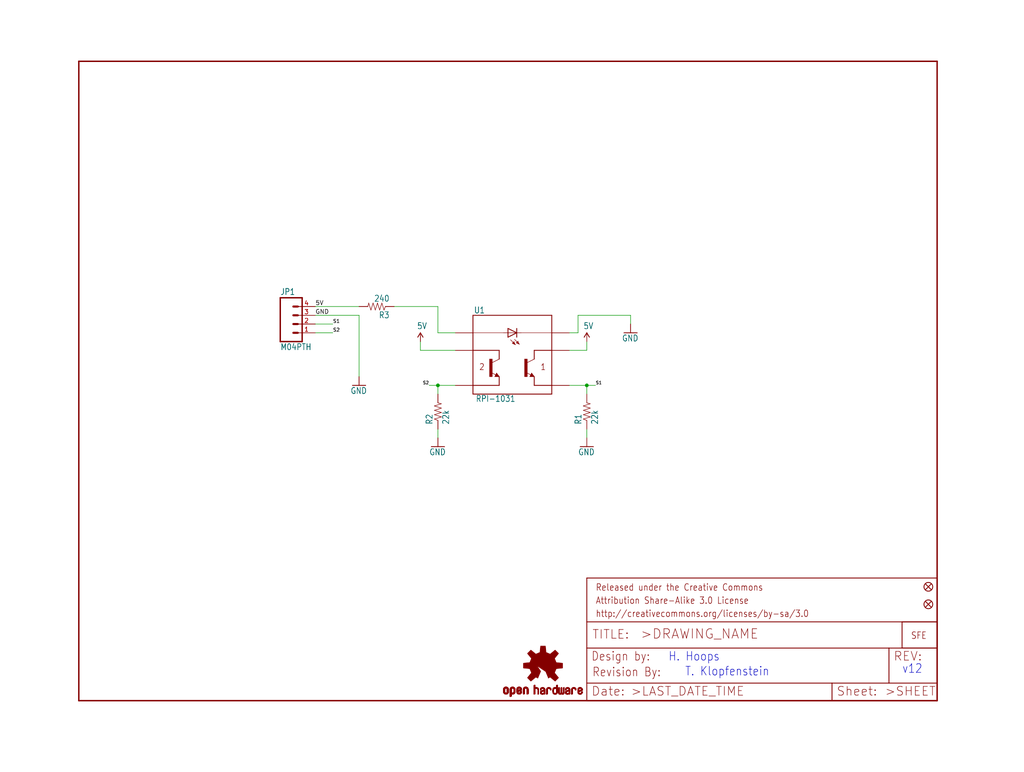
<source format=kicad_sch>
(kicad_sch (version 20211123) (generator eeschema)
  (paper "User" 297.002 223.926)
  (lib_symbols
    (symbol "eagleSchem-eagle-import:22KOHM1{slash}10W1%(0603)"
      (property "Reference" "R" (at -3.81 1.4986 0))
      (property "Value" "22KOHM1{slash}10W1%(0603)" (at -3.81 -3.302 0))
      (symbol "22KOHM1{slash}10W1%(0603)_1_0"
        (pin passive line (at -5.08 0 0) (length 2.54) (name "1") (number "1"))
        (pin passive line (at 5.08 0 180) (length 2.54) (name "2") (number "2"))
      )
    )
    (symbol "eagleSchem-eagle-import:240OHM1{slash}10W1%(0603)"
      (property "Reference" "R" (at -3.81 1.4986 0))
      (property "Value" "240OHM1{slash}10W1%(0603)" (at -3.81 -3.302 0))
      (symbol "240OHM1{slash}10W1%(0603)_1_0"
        (pin passive line (at -5.08 0 0) (length 2.54) (name "1") (number "1"))
        (pin passive line (at 5.08 0 180) (length 2.54) (name "2") (number "2"))
      )
    )
    (symbol "eagleSchem-eagle-import:5V" (power)
      (property "Value" "5V" (at -1.016 3.556 0))
      (symbol "5V_1_0"
        (pin power_in line (at 0 0 90) (length 2.54) (name "5V") (number "1"))
      )
    )
    (symbol "eagleSchem-eagle-import:FIDUCIAL1X2.5")
    (symbol "eagleSchem-eagle-import:FRAME-LETTER"
      (symbol "FRAME-LETTER_2_0"
        (text ">DRAWING_NAME" (at 15.494 17.78 0) (effects (font (size 2.7432 2.7432)) (justify left bottom)))
        (text ">LAST_DATE_TIME" (at 12.7 1.27 0) (effects (font (size 2.54 2.54)) (justify left bottom)))
        (text ">SHEET" (at 86.36 1.27 0) (effects (font (size 2.54 2.54)) (justify left bottom)))
        (text "Attribution Share-Alike 3.0 License" (at 2.54 27.94 0) (effects (font (size 1.9304 1.6408)) (justify left bottom)))
        (text "Date:" (at 1.27 1.27 0) (effects (font (size 2.54 2.54)) (justify left bottom)))
        (text "Design by:" (at 1.27 11.43 0) (effects (font (size 2.54 2.159)) (justify left bottom)))
        (text "http://creativecommons.org/licenses/by-sa/3.0" (at 2.54 24.13 0) (effects (font (size 1.9304 1.6408)) (justify left bottom)))
        (text "Released under the Creative Commons" (at 2.54 31.75 0) (effects (font (size 1.9304 1.6408)) (justify left bottom)))
        (text "REV:" (at 88.9 11.43 0) (effects (font (size 2.54 2.54)) (justify left bottom)))
        (text "Sheet:" (at 72.39 1.27 0) (effects (font (size 2.54 2.54)) (justify left bottom)))
        (text "TITLE:" (at 1.524 17.78 0) (effects (font (size 2.54 2.54)) (justify left bottom)))
      )
    )
    (symbol "eagleSchem-eagle-import:GND" (power)
      (property "Value" "GND" (at -2.54 -2.54 0))
      (symbol "GND_1_0"
        (pin power_in line (at 0 2.54 270) (length 2.54) (name "GND") (number "1"))
      )
    )
    (symbol "eagleSchem-eagle-import:LOGO-SFESK"
      (symbol "LOGO-SFESK_1_0"
        (text "SFE" (at 0 0 0) (effects (font (size 1.9304 1.6408)) (justify left bottom)))
      )
    )
    (symbol "eagleSchem-eagle-import:M04PTH"
      (property "Reference" "JP" (at -5.08 8.382 0))
      (property "Value" "M04PTH" (at -5.08 -7.62 0))
      (symbol "M04PTH_1_0"
        (pin passive line (at 5.08 -2.54 180) (length 5.08) (name "1") (number "1"))
        (pin passive line (at 5.08 0 180) (length 5.08) (name "2") (number "2"))
        (pin passive line (at 5.08 2.54 180) (length 5.08) (name "3") (number "3"))
        (pin passive line (at 5.08 5.08 180) (length 5.08) (name "4") (number "4"))
      )
    )
    (symbol "eagleSchem-eagle-import:OSHW-LOGOS")
    (symbol "eagleSchem-eagle-import:REVISION"
      (symbol "REVISION_1_0"
        (text "Revision By: " (at 0 0 0) (effects (font (size 2.54 2.159)) (justify left bottom)))
      )
    )
    (symbol "eagleSchem-eagle-import:RPI-1031"
      (property "Value" "RPI-1031" (at -4.318 -12.446 0))
      (symbol "RPI-1031_1_0"
        (text "1" (at 14.478 -3.302 0) (effects (font (size 1.778 1.5113)) (justify left bottom)))
        (text "2" (at -3.302 -3.302 0) (effects (font (size 1.778 1.5113)) (justify left bottom)))
        (pin passive line (at 22.86 -7.62 180) (length 5.08) (name "E1") (number "1"))
        (pin passive line (at 22.86 2.54 180) (length 5.08) (name "C1") (number "2"))
        (pin passive line (at 22.86 7.62 180) (length 5.08) (name "CATHODE") (number "3"))
        (pin passive line (at -10.16 -7.62 0) (length 5.08) (name "E2") (number "4"))
        (pin passive line (at -10.16 2.54 0) (length 5.08) (name "C2") (number "5"))
        (pin passive line (at -10.16 7.62 0) (length 5.08) (name "ANODE") (number "6"))
      )
    )
  )
  (junction (at 127 111.76))
  (junction (at 170.18 111.76))
  (wire (pts (xy 127 111.76) (xy 124.46 111.76)))
  (wire (pts (xy 167.64 91.44) (xy 182.88 91.44)))
  (wire (pts (xy 170.18 101.6) (xy 170.18 99.06)))
  (wire (pts (xy 170.18 111.76) (xy 170.18 114.3)))
  (wire (pts (xy 132.08 101.6) (xy 121.92 101.6)))
  (wire (pts (xy 91.44 96.52) (xy 96.52 96.52)))
  (wire (pts (xy 91.44 91.44) (xy 104.14 91.44)))
  (wire (pts (xy 165.1 96.52) (xy 167.64 96.52)))
  (wire (pts (xy 165.1 111.76) (xy 170.18 111.76)))
  (wire (pts (xy 170.18 124.46) (xy 170.18 127)))
  (wire (pts (xy 132.08 96.52) (xy 127 96.52)))
  (wire (pts (xy 127 96.52) (xy 127 88.9)))
  (wire (pts (xy 104.14 91.44) (xy 104.14 109.22)))
  (wire (pts (xy 121.92 101.6) (xy 121.92 99.06)))
  (wire (pts (xy 91.44 88.9) (xy 104.14 88.9)))
  (wire (pts (xy 170.18 111.76) (xy 172.72 111.76)))
  (wire (pts (xy 165.1 101.6) (xy 170.18 101.6)))
  (wire (pts (xy 182.88 91.44) (xy 182.88 93.98)))
  (wire (pts (xy 127 111.76) (xy 127 114.3)))
  (wire (pts (xy 167.64 96.52) (xy 167.64 91.44)))
  (wire (pts (xy 132.08 111.76) (xy 127 111.76)))
  (wire (pts (xy 127 88.9) (xy 114.3 88.9)))
  (wire (pts (xy 91.44 93.98) (xy 96.52 93.98)))
  (wire (pts (xy 127 127) (xy 127 124.46)))
  (text "H. Hoops" (at 193.802 192.024 180) (effects (font (size 2.54 2.159)) (justify left bottom)))
  (text "T. Klopfenstein" (at 198.628 196.342 180) (effects (font (size 2.54 2.159)) (justify left bottom)))
  (text "v12" (at 261.62 195.58 180) (effects (font (size 2.54 2.159)) (justify left bottom)))
  (label "S2" (at 96.52 96.52 0) (effects (font (size 0.9957 0.9957))))
  (label "5V" (at 91.44 88.9 0) (effects (font (size 1.2446 1.2446))))
  (label "S2" (at 124.46 111.76 180) (effects (font (size 0.889 0.889))))
  (label "GND" (at 91.44 91.44 0) (effects (font (size 1.2446 1.2446))))
  (label "S1" (at 172.72 111.76 0) (effects (font (size 0.889 0.889))))
  (label "S1" (at 96.52 93.98 0) (effects (font (size 0.9957 0.9957))))
  (symbol (lib_id "eagleSchem-eagle-import:OSHW-LOGOS") (at 157.48 193.04 0) (unit 1)
    (property "Reference" "U$1" (effects hide))
    (property "Value" "OSHW-LOGOS" (effects hide))
    (property "Footprint" "eagleSchem:OSHW-LOGO-S" (effects hide))
  )
  (symbol (lib_id "eagleSchem-eagle-import:GND") (at 104.14 111.76 0) (unit 1)
    (property "Reference" "#GND3" (effects hide))
    (property "Value" "GND" (at 101.6 114.3 0) (effects (font (size 1.778 1.5113)) (justify left bottom)))
    (property "Footprint" "eagleSchem:" (effects hide))
  )
  (symbol (lib_id "eagleSchem-eagle-import:5V") (at 170.18 99.06 0) (unit 1)
    (property "Reference" "#SUPPLY2" (effects hide))
    (property "Value" "5V" (at 169.164 95.504 0) (effects (font (size 1.778 1.5113)) (justify left bottom)))
    (property "Footprint" "eagleSchem:" (effects hide))
  )
  (symbol (lib_id "eagleSchem-eagle-import:M04PTH") (at 86.36 93.98 0) (unit 1)
    (property "Reference" "JP1" (at 81.28 85.598 0) (effects (font (size 1.778 1.5113)) (justify left bottom)))
    (property "Value" "M04PTH" (at 81.28 101.6 0) (effects (font (size 1.778 1.5113)) (justify left bottom)))
    (property "Footprint" "eagleSchem:1X04" (effects hide))
  )
  (symbol (lib_id "eagleSchem-eagle-import:GND") (at 127 129.54 0) (unit 1)
    (property "Reference" "#GND1" (effects hide))
    (property "Value" "GND" (at 124.46 132.08 0) (effects (font (size 1.778 1.5113)) (justify left bottom)))
    (property "Footprint" "eagleSchem:" (effects hide))
  )
  (symbol (lib_id "eagleSchem-eagle-import:22KOHM1{slash}10W1%(0603)") (at 170.18 119.38 90) (unit 1)
    (property "Reference" "R1" (at 168.6814 123.19 0) (effects (font (size 1.778 1.5113)) (justify left bottom)))
    (property "Value" "22k" (at 173.482 123.19 0) (effects (font (size 1.778 1.5113)) (justify left bottom)))
    (property "Footprint" "eagleSchem:0603-RES" (effects hide))
  )
  (symbol (lib_id "eagleSchem-eagle-import:FRAME-LETTER") (at 170.18 203.2 0) (unit 2)
    (property "Reference" "FRAME1" (effects hide))
    (property "Value" "FRAME-LETTER" (effects hide))
    (property "Footprint" "eagleSchem:CREATIVE_COMMONS" (effects hide))
  )
  (symbol (lib_id "eagleSchem-eagle-import:REVISION") (at 171.704 196.342 0) (unit 1)
    (property "Reference" "U$2" (effects hide))
    (property "Value" "REVISION" (effects hide))
    (property "Footprint" "eagleSchem:REVISION" (effects hide))
  )
  (symbol (lib_id "eagleSchem-eagle-import:FIDUCIAL1X2.5") (at 269.24 175.26 0) (unit 1)
    (property "Reference" "JP3" (effects hide))
    (property "Value" "FIDUCIAL1X2.5" (effects hide))
    (property "Footprint" "eagleSchem:FIDUCIAL-1X2.5" (effects hide))
  )
  (symbol (lib_id "eagleSchem-eagle-import:RPI-1031") (at 142.24 104.14 0) (unit 1)
    (property "Reference" "U1" (at 137.414 90.932 0) (effects (font (size 1.778 1.5113)) (justify left bottom)))
    (property "Value" "RPI-1031" (at 137.922 116.586 0) (effects (font (size 1.778 1.5113)) (justify left bottom)))
    (property "Footprint" "eagleSchem:RPI-1031" (effects hide))
  )
  (symbol (lib_id "eagleSchem-eagle-import:GND") (at 182.88 96.52 0) (unit 1)
    (property "Reference" "#GND4" (effects hide))
    (property "Value" "GND" (at 180.34 99.06 0) (effects (font (size 1.778 1.5113)) (justify left bottom)))
    (property "Footprint" "eagleSchem:" (effects hide))
  )
  (symbol (lib_id "eagleSchem-eagle-import:240OHM1{slash}10W1%(0603)") (at 109.22 88.9 180) (unit 1)
    (property "Reference" "R3" (at 113.03 90.3986 0) (effects (font (size 1.778 1.5113)) (justify left bottom)))
    (property "Value" "240" (at 113.03 85.598 0) (effects (font (size 1.778 1.5113)) (justify left bottom)))
    (property "Footprint" "eagleSchem:0603-RES" (effects hide))
  )
  (symbol (lib_id "eagleSchem-eagle-import:FRAME-LETTER") (at 22.86 203.2 0) (unit 1)
    (property "Reference" "FRAME1" (effects hide))
    (property "Value" "FRAME-LETTER" (effects hide))
    (property "Footprint" "eagleSchem:CREATIVE_COMMONS" (effects hide))
  )
  (symbol (lib_id "eagleSchem-eagle-import:GND") (at 170.18 129.54 0) (unit 1)
    (property "Reference" "#GND2" (effects hide))
    (property "Value" "GND" (at 167.64 132.08 0) (effects (font (size 1.778 1.5113)) (justify left bottom)))
    (property "Footprint" "eagleSchem:" (effects hide))
  )
  (symbol (lib_id "eagleSchem-eagle-import:5V") (at 121.92 99.06 0) (unit 1)
    (property "Reference" "#SUPPLY1" (effects hide))
    (property "Value" "5V" (at 120.904 95.504 0) (effects (font (size 1.778 1.5113)) (justify left bottom)))
    (property "Footprint" "eagleSchem:" (effects hide))
  )
  (symbol (lib_id "eagleSchem-eagle-import:22KOHM1{slash}10W1%(0603)") (at 127 119.38 90) (unit 1)
    (property "Reference" "R2" (at 125.5014 123.19 0) (effects (font (size 1.778 1.5113)) (justify left bottom)))
    (property "Value" "22k" (at 130.302 123.19 0) (effects (font (size 1.778 1.5113)) (justify left bottom)))
    (property "Footprint" "eagleSchem:0603-RES" (effects hide))
  )
  (symbol (lib_id "eagleSchem-eagle-import:FIDUCIAL1X2.5") (at 269.24 170.18 0) (unit 1)
    (property "Reference" "JP2" (effects hide))
    (property "Value" "FIDUCIAL1X2.5" (effects hide))
    (property "Footprint" "eagleSchem:FIDUCIAL-1X2.5" (effects hide))
  )
  (symbol (lib_id "eagleSchem-eagle-import:LOGO-SFESK") (at 264.16 185.42 0) (unit 1)
    (property "Reference" "JP4" (effects hide))
    (property "Value" "LOGO-SFESK" (effects hide))
    (property "Footprint" "eagleSchem:SFE-LOGO-FLAME" (effects hide))
  )
)
</source>
